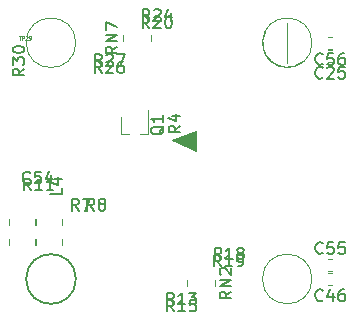
<source format=gbr>
G04 #@! TF.GenerationSoftware,KiCad,Pcbnew,(5.1.4)-1*
G04 #@! TF.CreationDate,2021-04-25T17:32:37+02:00*
G04 #@! TF.ProjectId,ultimateFC,756c7469-6d61-4746-9546-432e6b696361,rev?*
G04 #@! TF.SameCoordinates,Original*
G04 #@! TF.FileFunction,Legend,Top*
G04 #@! TF.FilePolarity,Positive*
%FSLAX46Y46*%
G04 Gerber Fmt 4.6, Leading zero omitted, Abs format (unit mm)*
G04 Created by KiCad (PCBNEW (5.1.4)-1) date 2021-04-25 17:32:37*
%MOMM*%
%LPD*%
G04 APERTURE LIST*
%ADD10C,0.120000*%
%ADD11C,0.100000*%
%ADD12C,0.150000*%
%ADD13C,0.050000*%
G04 APERTURE END LIST*
D10*
X194600000Y-82000000D02*
G75*
G03X194600000Y-82000000I-2100000J0D01*
G01*
X194600000Y-62000000D02*
G75*
G03X194600000Y-62000000I-2100000J0D01*
G01*
X174600000Y-62000000D02*
G75*
G03X174600000Y-62000000I-2100000J0D01*
G01*
D11*
G36*
X184750000Y-71150000D02*
G01*
X182750000Y-70250000D01*
X184750000Y-69500000D01*
X184750000Y-71150000D01*
G37*
X184750000Y-71150000D02*
X182750000Y-70250000D01*
X184750000Y-69500000D01*
X184750000Y-71150000D01*
D10*
X192500000Y-60300000D02*
X192500000Y-63700000D01*
D12*
X174602380Y-82000000D02*
G75*
G03X174602380Y-82000000I-2102380J0D01*
G01*
D10*
X193798470Y-63598117D02*
G75*
G02X190700000Y-61000000I-1298470J1598117D01*
G01*
X171240000Y-78650000D02*
X171240000Y-79150000D01*
X168960000Y-78650000D02*
X168960000Y-79150000D01*
X173440000Y-76950000D02*
X173440000Y-77450000D01*
X171160000Y-76950000D02*
X171160000Y-77450000D01*
X171240000Y-76950000D02*
X171240000Y-77450000D01*
X168960000Y-76950000D02*
X168960000Y-77450000D01*
X173440000Y-78650000D02*
X173440000Y-79150000D01*
X171160000Y-78650000D02*
X171160000Y-79150000D01*
X186410000Y-82620000D02*
X186410000Y-82120000D01*
X184050000Y-82620000D02*
X184050000Y-82120000D01*
X180950000Y-61380000D02*
X180950000Y-61880000D01*
X178590000Y-61380000D02*
X178590000Y-61880000D01*
X196312779Y-62640000D02*
X195987221Y-62640000D01*
X196312779Y-63660000D02*
X195987221Y-63660000D01*
X196312779Y-81490000D02*
X195987221Y-81490000D01*
X196312779Y-82510000D02*
X195987221Y-82510000D01*
X195987221Y-80340000D02*
X196312779Y-80340000D01*
X195987221Y-81360000D02*
X196312779Y-81360000D01*
X196312779Y-62510000D02*
X195987221Y-62510000D01*
X196312779Y-61490000D02*
X195987221Y-61490000D01*
X178415000Y-68320000D02*
X178415000Y-69730000D01*
X180735000Y-69730000D02*
X180735000Y-67700000D01*
X180735000Y-69730000D02*
X180075000Y-69730000D01*
X179075000Y-69730000D02*
X178415000Y-69730000D01*
D13*
X169788571Y-61435714D02*
X169960000Y-61435714D01*
X169874285Y-61735714D02*
X169874285Y-61435714D01*
X170060000Y-61735714D02*
X170060000Y-61435714D01*
X170174285Y-61435714D01*
X170202857Y-61450000D01*
X170217142Y-61464285D01*
X170231428Y-61492857D01*
X170231428Y-61535714D01*
X170217142Y-61564285D01*
X170202857Y-61578571D01*
X170174285Y-61592857D01*
X170060000Y-61592857D01*
X170345714Y-61464285D02*
X170360000Y-61450000D01*
X170388571Y-61435714D01*
X170460000Y-61435714D01*
X170488571Y-61450000D01*
X170502857Y-61464285D01*
X170517142Y-61492857D01*
X170517142Y-61521428D01*
X170502857Y-61564285D01*
X170331428Y-61735714D01*
X170517142Y-61735714D01*
X170660000Y-61735714D02*
X170717142Y-61735714D01*
X170745714Y-61721428D01*
X170760000Y-61707142D01*
X170788571Y-61664285D01*
X170802857Y-61607142D01*
X170802857Y-61492857D01*
X170788571Y-61464285D01*
X170774285Y-61450000D01*
X170745714Y-61435714D01*
X170688571Y-61435714D01*
X170660000Y-61450000D01*
X170645714Y-61464285D01*
X170631428Y-61492857D01*
X170631428Y-61564285D01*
X170645714Y-61592857D01*
X170660000Y-61607142D01*
X170688571Y-61621428D01*
X170745714Y-61621428D01*
X170774285Y-61607142D01*
X170788571Y-61592857D01*
X170802857Y-61564285D01*
D12*
X170732142Y-73807142D02*
X170684523Y-73854761D01*
X170541666Y-73902380D01*
X170446428Y-73902380D01*
X170303571Y-73854761D01*
X170208333Y-73759523D01*
X170160714Y-73664285D01*
X170113095Y-73473809D01*
X170113095Y-73330952D01*
X170160714Y-73140476D01*
X170208333Y-73045238D01*
X170303571Y-72950000D01*
X170446428Y-72902380D01*
X170541666Y-72902380D01*
X170684523Y-72950000D01*
X170732142Y-72997619D01*
X171636904Y-72902380D02*
X171160714Y-72902380D01*
X171113095Y-73378571D01*
X171160714Y-73330952D01*
X171255952Y-73283333D01*
X171494047Y-73283333D01*
X171589285Y-73330952D01*
X171636904Y-73378571D01*
X171684523Y-73473809D01*
X171684523Y-73711904D01*
X171636904Y-73807142D01*
X171589285Y-73854761D01*
X171494047Y-73902380D01*
X171255952Y-73902380D01*
X171160714Y-73854761D01*
X171113095Y-73807142D01*
X172541666Y-73235714D02*
X172541666Y-73902380D01*
X172303571Y-72854761D02*
X172065476Y-73569047D01*
X172684523Y-73569047D01*
X173402380Y-74286666D02*
X173402380Y-74762857D01*
X172402380Y-74762857D01*
X172735714Y-73524761D02*
X173402380Y-73524761D01*
X172354761Y-73762857D02*
X173069047Y-74000952D01*
X173069047Y-73381904D01*
X183452380Y-69016666D02*
X182976190Y-69350000D01*
X183452380Y-69588095D02*
X182452380Y-69588095D01*
X182452380Y-69207142D01*
X182500000Y-69111904D01*
X182547619Y-69064285D01*
X182642857Y-69016666D01*
X182785714Y-69016666D01*
X182880952Y-69064285D01*
X182928571Y-69111904D01*
X182976190Y-69207142D01*
X182976190Y-69588095D01*
X182785714Y-68159523D02*
X183452380Y-68159523D01*
X182404761Y-68397619D02*
X183119047Y-68635714D01*
X183119047Y-68016666D01*
X174838333Y-76202380D02*
X174505000Y-75726190D01*
X174266904Y-76202380D02*
X174266904Y-75202380D01*
X174647857Y-75202380D01*
X174743095Y-75250000D01*
X174790714Y-75297619D01*
X174838333Y-75392857D01*
X174838333Y-75535714D01*
X174790714Y-75630952D01*
X174743095Y-75678571D01*
X174647857Y-75726190D01*
X174266904Y-75726190D01*
X175171666Y-75202380D02*
X175838333Y-75202380D01*
X175409761Y-76202380D01*
X176153333Y-76202380D02*
X175820000Y-75726190D01*
X175581904Y-76202380D02*
X175581904Y-75202380D01*
X175962857Y-75202380D01*
X176058095Y-75250000D01*
X176105714Y-75297619D01*
X176153333Y-75392857D01*
X176153333Y-75535714D01*
X176105714Y-75630952D01*
X176058095Y-75678571D01*
X175962857Y-75726190D01*
X175581904Y-75726190D01*
X176724761Y-75630952D02*
X176629523Y-75583333D01*
X176581904Y-75535714D01*
X176534285Y-75440476D01*
X176534285Y-75392857D01*
X176581904Y-75297619D01*
X176629523Y-75250000D01*
X176724761Y-75202380D01*
X176915238Y-75202380D01*
X177010476Y-75250000D01*
X177058095Y-75297619D01*
X177105714Y-75392857D01*
X177105714Y-75440476D01*
X177058095Y-75535714D01*
X177010476Y-75583333D01*
X176915238Y-75630952D01*
X176724761Y-75630952D01*
X176629523Y-75678571D01*
X176581904Y-75726190D01*
X176534285Y-75821428D01*
X176534285Y-76011904D01*
X176581904Y-76107142D01*
X176629523Y-76154761D01*
X176724761Y-76202380D01*
X176915238Y-76202380D01*
X177010476Y-76154761D01*
X177058095Y-76107142D01*
X177105714Y-76011904D01*
X177105714Y-75821428D01*
X177058095Y-75726190D01*
X177010476Y-75678571D01*
X176915238Y-75630952D01*
X170807142Y-74502380D02*
X170473809Y-74026190D01*
X170235714Y-74502380D02*
X170235714Y-73502380D01*
X170616666Y-73502380D01*
X170711904Y-73550000D01*
X170759523Y-73597619D01*
X170807142Y-73692857D01*
X170807142Y-73835714D01*
X170759523Y-73930952D01*
X170711904Y-73978571D01*
X170616666Y-74026190D01*
X170235714Y-74026190D01*
X171759523Y-74502380D02*
X171188095Y-74502380D01*
X171473809Y-74502380D02*
X171473809Y-73502380D01*
X171378571Y-73645238D01*
X171283333Y-73740476D01*
X171188095Y-73788095D01*
X172711904Y-74502380D02*
X172140476Y-74502380D01*
X172426190Y-74502380D02*
X172426190Y-73502380D01*
X172330952Y-73645238D01*
X172235714Y-73740476D01*
X172140476Y-73788095D01*
X182907142Y-84152380D02*
X182573809Y-83676190D01*
X182335714Y-84152380D02*
X182335714Y-83152380D01*
X182716666Y-83152380D01*
X182811904Y-83200000D01*
X182859523Y-83247619D01*
X182907142Y-83342857D01*
X182907142Y-83485714D01*
X182859523Y-83580952D01*
X182811904Y-83628571D01*
X182716666Y-83676190D01*
X182335714Y-83676190D01*
X183859523Y-84152380D02*
X183288095Y-84152380D01*
X183573809Y-84152380D02*
X183573809Y-83152380D01*
X183478571Y-83295238D01*
X183383333Y-83390476D01*
X183288095Y-83438095D01*
X184192857Y-83152380D02*
X184811904Y-83152380D01*
X184478571Y-83533333D01*
X184621428Y-83533333D01*
X184716666Y-83580952D01*
X184764285Y-83628571D01*
X184811904Y-83723809D01*
X184811904Y-83961904D01*
X184764285Y-84057142D01*
X184716666Y-84104761D01*
X184621428Y-84152380D01*
X184335714Y-84152380D01*
X184240476Y-84104761D01*
X184192857Y-84057142D01*
X182907142Y-84752380D02*
X182573809Y-84276190D01*
X182335714Y-84752380D02*
X182335714Y-83752380D01*
X182716666Y-83752380D01*
X182811904Y-83800000D01*
X182859523Y-83847619D01*
X182907142Y-83942857D01*
X182907142Y-84085714D01*
X182859523Y-84180952D01*
X182811904Y-84228571D01*
X182716666Y-84276190D01*
X182335714Y-84276190D01*
X183859523Y-84752380D02*
X183288095Y-84752380D01*
X183573809Y-84752380D02*
X183573809Y-83752380D01*
X183478571Y-83895238D01*
X183383333Y-83990476D01*
X183288095Y-84038095D01*
X184764285Y-83752380D02*
X184288095Y-83752380D01*
X184240476Y-84228571D01*
X184288095Y-84180952D01*
X184383333Y-84133333D01*
X184621428Y-84133333D01*
X184716666Y-84180952D01*
X184764285Y-84228571D01*
X184811904Y-84323809D01*
X184811904Y-84561904D01*
X184764285Y-84657142D01*
X184716666Y-84704761D01*
X184621428Y-84752380D01*
X184383333Y-84752380D01*
X184288095Y-84704761D01*
X184240476Y-84657142D01*
X186927142Y-80342380D02*
X186593809Y-79866190D01*
X186355714Y-80342380D02*
X186355714Y-79342380D01*
X186736666Y-79342380D01*
X186831904Y-79390000D01*
X186879523Y-79437619D01*
X186927142Y-79532857D01*
X186927142Y-79675714D01*
X186879523Y-79770952D01*
X186831904Y-79818571D01*
X186736666Y-79866190D01*
X186355714Y-79866190D01*
X187879523Y-80342380D02*
X187308095Y-80342380D01*
X187593809Y-80342380D02*
X187593809Y-79342380D01*
X187498571Y-79485238D01*
X187403333Y-79580476D01*
X187308095Y-79628095D01*
X188450952Y-79770952D02*
X188355714Y-79723333D01*
X188308095Y-79675714D01*
X188260476Y-79580476D01*
X188260476Y-79532857D01*
X188308095Y-79437619D01*
X188355714Y-79390000D01*
X188450952Y-79342380D01*
X188641428Y-79342380D01*
X188736666Y-79390000D01*
X188784285Y-79437619D01*
X188831904Y-79532857D01*
X188831904Y-79580476D01*
X188784285Y-79675714D01*
X188736666Y-79723333D01*
X188641428Y-79770952D01*
X188450952Y-79770952D01*
X188355714Y-79818571D01*
X188308095Y-79866190D01*
X188260476Y-79961428D01*
X188260476Y-80151904D01*
X188308095Y-80247142D01*
X188355714Y-80294761D01*
X188450952Y-80342380D01*
X188641428Y-80342380D01*
X188736666Y-80294761D01*
X188784285Y-80247142D01*
X188831904Y-80151904D01*
X188831904Y-79961428D01*
X188784285Y-79866190D01*
X188736666Y-79818571D01*
X188641428Y-79770952D01*
X186877142Y-80942380D02*
X186543809Y-80466190D01*
X186305714Y-80942380D02*
X186305714Y-79942380D01*
X186686666Y-79942380D01*
X186781904Y-79990000D01*
X186829523Y-80037619D01*
X186877142Y-80132857D01*
X186877142Y-80275714D01*
X186829523Y-80370952D01*
X186781904Y-80418571D01*
X186686666Y-80466190D01*
X186305714Y-80466190D01*
X187829523Y-80942380D02*
X187258095Y-80942380D01*
X187543809Y-80942380D02*
X187543809Y-79942380D01*
X187448571Y-80085238D01*
X187353333Y-80180476D01*
X187258095Y-80228095D01*
X188305714Y-80942380D02*
X188496190Y-80942380D01*
X188591428Y-80894761D01*
X188639047Y-80847142D01*
X188734285Y-80704285D01*
X188781904Y-80513809D01*
X188781904Y-80132857D01*
X188734285Y-80037619D01*
X188686666Y-79990000D01*
X188591428Y-79942380D01*
X188400952Y-79942380D01*
X188305714Y-79990000D01*
X188258095Y-80037619D01*
X188210476Y-80132857D01*
X188210476Y-80370952D01*
X188258095Y-80466190D01*
X188305714Y-80513809D01*
X188400952Y-80561428D01*
X188591428Y-80561428D01*
X188686666Y-80513809D01*
X188734285Y-80466190D01*
X188781904Y-80370952D01*
X180827142Y-60762380D02*
X180493809Y-60286190D01*
X180255714Y-60762380D02*
X180255714Y-59762380D01*
X180636666Y-59762380D01*
X180731904Y-59810000D01*
X180779523Y-59857619D01*
X180827142Y-59952857D01*
X180827142Y-60095714D01*
X180779523Y-60190952D01*
X180731904Y-60238571D01*
X180636666Y-60286190D01*
X180255714Y-60286190D01*
X181208095Y-59857619D02*
X181255714Y-59810000D01*
X181350952Y-59762380D01*
X181589047Y-59762380D01*
X181684285Y-59810000D01*
X181731904Y-59857619D01*
X181779523Y-59952857D01*
X181779523Y-60048095D01*
X181731904Y-60190952D01*
X181160476Y-60762380D01*
X181779523Y-60762380D01*
X182398571Y-59762380D02*
X182493809Y-59762380D01*
X182589047Y-59810000D01*
X182636666Y-59857619D01*
X182684285Y-59952857D01*
X182731904Y-60143333D01*
X182731904Y-60381428D01*
X182684285Y-60571904D01*
X182636666Y-60667142D01*
X182589047Y-60714761D01*
X182493809Y-60762380D01*
X182398571Y-60762380D01*
X182303333Y-60714761D01*
X182255714Y-60667142D01*
X182208095Y-60571904D01*
X182160476Y-60381428D01*
X182160476Y-60143333D01*
X182208095Y-59952857D01*
X182255714Y-59857619D01*
X182303333Y-59810000D01*
X182398571Y-59762380D01*
X180827142Y-60162380D02*
X180493809Y-59686190D01*
X180255714Y-60162380D02*
X180255714Y-59162380D01*
X180636666Y-59162380D01*
X180731904Y-59210000D01*
X180779523Y-59257619D01*
X180827142Y-59352857D01*
X180827142Y-59495714D01*
X180779523Y-59590952D01*
X180731904Y-59638571D01*
X180636666Y-59686190D01*
X180255714Y-59686190D01*
X181208095Y-59257619D02*
X181255714Y-59210000D01*
X181350952Y-59162380D01*
X181589047Y-59162380D01*
X181684285Y-59210000D01*
X181731904Y-59257619D01*
X181779523Y-59352857D01*
X181779523Y-59448095D01*
X181731904Y-59590952D01*
X181160476Y-60162380D01*
X181779523Y-60162380D01*
X182636666Y-59495714D02*
X182636666Y-60162380D01*
X182398571Y-59114761D02*
X182160476Y-59829047D01*
X182779523Y-59829047D01*
X176787142Y-64562380D02*
X176453809Y-64086190D01*
X176215714Y-64562380D02*
X176215714Y-63562380D01*
X176596666Y-63562380D01*
X176691904Y-63610000D01*
X176739523Y-63657619D01*
X176787142Y-63752857D01*
X176787142Y-63895714D01*
X176739523Y-63990952D01*
X176691904Y-64038571D01*
X176596666Y-64086190D01*
X176215714Y-64086190D01*
X177168095Y-63657619D02*
X177215714Y-63610000D01*
X177310952Y-63562380D01*
X177549047Y-63562380D01*
X177644285Y-63610000D01*
X177691904Y-63657619D01*
X177739523Y-63752857D01*
X177739523Y-63848095D01*
X177691904Y-63990952D01*
X177120476Y-64562380D01*
X177739523Y-64562380D01*
X178596666Y-63562380D02*
X178406190Y-63562380D01*
X178310952Y-63610000D01*
X178263333Y-63657619D01*
X178168095Y-63800476D01*
X178120476Y-63990952D01*
X178120476Y-64371904D01*
X178168095Y-64467142D01*
X178215714Y-64514761D01*
X178310952Y-64562380D01*
X178501428Y-64562380D01*
X178596666Y-64514761D01*
X178644285Y-64467142D01*
X178691904Y-64371904D01*
X178691904Y-64133809D01*
X178644285Y-64038571D01*
X178596666Y-63990952D01*
X178501428Y-63943333D01*
X178310952Y-63943333D01*
X178215714Y-63990952D01*
X178168095Y-64038571D01*
X178120476Y-64133809D01*
X176787142Y-63962380D02*
X176453809Y-63486190D01*
X176215714Y-63962380D02*
X176215714Y-62962380D01*
X176596666Y-62962380D01*
X176691904Y-63010000D01*
X176739523Y-63057619D01*
X176787142Y-63152857D01*
X176787142Y-63295714D01*
X176739523Y-63390952D01*
X176691904Y-63438571D01*
X176596666Y-63486190D01*
X176215714Y-63486190D01*
X177168095Y-63057619D02*
X177215714Y-63010000D01*
X177310952Y-62962380D01*
X177549047Y-62962380D01*
X177644285Y-63010000D01*
X177691904Y-63057619D01*
X177739523Y-63152857D01*
X177739523Y-63248095D01*
X177691904Y-63390952D01*
X177120476Y-63962380D01*
X177739523Y-63962380D01*
X178072857Y-62962380D02*
X178739523Y-62962380D01*
X178310952Y-63962380D01*
X170252380Y-64192857D02*
X169776190Y-64526190D01*
X170252380Y-64764285D02*
X169252380Y-64764285D01*
X169252380Y-64383333D01*
X169300000Y-64288095D01*
X169347619Y-64240476D01*
X169442857Y-64192857D01*
X169585714Y-64192857D01*
X169680952Y-64240476D01*
X169728571Y-64288095D01*
X169776190Y-64383333D01*
X169776190Y-64764285D01*
X169252380Y-63859523D02*
X169252380Y-63240476D01*
X169633333Y-63573809D01*
X169633333Y-63430952D01*
X169680952Y-63335714D01*
X169728571Y-63288095D01*
X169823809Y-63240476D01*
X170061904Y-63240476D01*
X170157142Y-63288095D01*
X170204761Y-63335714D01*
X170252380Y-63430952D01*
X170252380Y-63716666D01*
X170204761Y-63811904D01*
X170157142Y-63859523D01*
X169252380Y-62621428D02*
X169252380Y-62526190D01*
X169300000Y-62430952D01*
X169347619Y-62383333D01*
X169442857Y-62335714D01*
X169633333Y-62288095D01*
X169871428Y-62288095D01*
X170061904Y-62335714D01*
X170157142Y-62383333D01*
X170204761Y-62430952D01*
X170252380Y-62526190D01*
X170252380Y-62621428D01*
X170204761Y-62716666D01*
X170157142Y-62764285D01*
X170061904Y-62811904D01*
X169871428Y-62859523D01*
X169633333Y-62859523D01*
X169442857Y-62811904D01*
X169347619Y-62764285D01*
X169300000Y-62716666D01*
X169252380Y-62621428D01*
X187782380Y-83060476D02*
X187306190Y-83393809D01*
X187782380Y-83631904D02*
X186782380Y-83631904D01*
X186782380Y-83250952D01*
X186830000Y-83155714D01*
X186877619Y-83108095D01*
X186972857Y-83060476D01*
X187115714Y-83060476D01*
X187210952Y-83108095D01*
X187258571Y-83155714D01*
X187306190Y-83250952D01*
X187306190Y-83631904D01*
X187782380Y-82631904D02*
X186782380Y-82631904D01*
X187782380Y-82060476D01*
X186782380Y-82060476D01*
X186877619Y-81631904D02*
X186830000Y-81584285D01*
X186782380Y-81489047D01*
X186782380Y-81250952D01*
X186830000Y-81155714D01*
X186877619Y-81108095D01*
X186972857Y-81060476D01*
X187068095Y-81060476D01*
X187210952Y-81108095D01*
X187782380Y-81679523D01*
X187782380Y-81060476D01*
X178122380Y-62320476D02*
X177646190Y-62653809D01*
X178122380Y-62891904D02*
X177122380Y-62891904D01*
X177122380Y-62510952D01*
X177170000Y-62415714D01*
X177217619Y-62368095D01*
X177312857Y-62320476D01*
X177455714Y-62320476D01*
X177550952Y-62368095D01*
X177598571Y-62415714D01*
X177646190Y-62510952D01*
X177646190Y-62891904D01*
X178122380Y-61891904D02*
X177122380Y-61891904D01*
X178122380Y-61320476D01*
X177122380Y-61320476D01*
X177122380Y-60939523D02*
X177122380Y-60272857D01*
X178122380Y-60701428D01*
X195507142Y-64937142D02*
X195459523Y-64984761D01*
X195316666Y-65032380D01*
X195221428Y-65032380D01*
X195078571Y-64984761D01*
X194983333Y-64889523D01*
X194935714Y-64794285D01*
X194888095Y-64603809D01*
X194888095Y-64460952D01*
X194935714Y-64270476D01*
X194983333Y-64175238D01*
X195078571Y-64080000D01*
X195221428Y-64032380D01*
X195316666Y-64032380D01*
X195459523Y-64080000D01*
X195507142Y-64127619D01*
X195888095Y-64127619D02*
X195935714Y-64080000D01*
X196030952Y-64032380D01*
X196269047Y-64032380D01*
X196364285Y-64080000D01*
X196411904Y-64127619D01*
X196459523Y-64222857D01*
X196459523Y-64318095D01*
X196411904Y-64460952D01*
X195840476Y-65032380D01*
X196459523Y-65032380D01*
X197364285Y-64032380D02*
X196888095Y-64032380D01*
X196840476Y-64508571D01*
X196888095Y-64460952D01*
X196983333Y-64413333D01*
X197221428Y-64413333D01*
X197316666Y-64460952D01*
X197364285Y-64508571D01*
X197411904Y-64603809D01*
X197411904Y-64841904D01*
X197364285Y-64937142D01*
X197316666Y-64984761D01*
X197221428Y-65032380D01*
X196983333Y-65032380D01*
X196888095Y-64984761D01*
X196840476Y-64937142D01*
X195507142Y-83787142D02*
X195459523Y-83834761D01*
X195316666Y-83882380D01*
X195221428Y-83882380D01*
X195078571Y-83834761D01*
X194983333Y-83739523D01*
X194935714Y-83644285D01*
X194888095Y-83453809D01*
X194888095Y-83310952D01*
X194935714Y-83120476D01*
X194983333Y-83025238D01*
X195078571Y-82930000D01*
X195221428Y-82882380D01*
X195316666Y-82882380D01*
X195459523Y-82930000D01*
X195507142Y-82977619D01*
X196364285Y-83215714D02*
X196364285Y-83882380D01*
X196126190Y-82834761D02*
X195888095Y-83549047D01*
X196507142Y-83549047D01*
X197316666Y-82882380D02*
X197126190Y-82882380D01*
X197030952Y-82930000D01*
X196983333Y-82977619D01*
X196888095Y-83120476D01*
X196840476Y-83310952D01*
X196840476Y-83691904D01*
X196888095Y-83787142D01*
X196935714Y-83834761D01*
X197030952Y-83882380D01*
X197221428Y-83882380D01*
X197316666Y-83834761D01*
X197364285Y-83787142D01*
X197411904Y-83691904D01*
X197411904Y-83453809D01*
X197364285Y-83358571D01*
X197316666Y-83310952D01*
X197221428Y-83263333D01*
X197030952Y-83263333D01*
X196935714Y-83310952D01*
X196888095Y-83358571D01*
X196840476Y-83453809D01*
X195507142Y-79777142D02*
X195459523Y-79824761D01*
X195316666Y-79872380D01*
X195221428Y-79872380D01*
X195078571Y-79824761D01*
X194983333Y-79729523D01*
X194935714Y-79634285D01*
X194888095Y-79443809D01*
X194888095Y-79300952D01*
X194935714Y-79110476D01*
X194983333Y-79015238D01*
X195078571Y-78920000D01*
X195221428Y-78872380D01*
X195316666Y-78872380D01*
X195459523Y-78920000D01*
X195507142Y-78967619D01*
X196411904Y-78872380D02*
X195935714Y-78872380D01*
X195888095Y-79348571D01*
X195935714Y-79300952D01*
X196030952Y-79253333D01*
X196269047Y-79253333D01*
X196364285Y-79300952D01*
X196411904Y-79348571D01*
X196459523Y-79443809D01*
X196459523Y-79681904D01*
X196411904Y-79777142D01*
X196364285Y-79824761D01*
X196269047Y-79872380D01*
X196030952Y-79872380D01*
X195935714Y-79824761D01*
X195888095Y-79777142D01*
X197364285Y-78872380D02*
X196888095Y-78872380D01*
X196840476Y-79348571D01*
X196888095Y-79300952D01*
X196983333Y-79253333D01*
X197221428Y-79253333D01*
X197316666Y-79300952D01*
X197364285Y-79348571D01*
X197411904Y-79443809D01*
X197411904Y-79681904D01*
X197364285Y-79777142D01*
X197316666Y-79824761D01*
X197221428Y-79872380D01*
X196983333Y-79872380D01*
X196888095Y-79824761D01*
X196840476Y-79777142D01*
X195507142Y-63787142D02*
X195459523Y-63834761D01*
X195316666Y-63882380D01*
X195221428Y-63882380D01*
X195078571Y-63834761D01*
X194983333Y-63739523D01*
X194935714Y-63644285D01*
X194888095Y-63453809D01*
X194888095Y-63310952D01*
X194935714Y-63120476D01*
X194983333Y-63025238D01*
X195078571Y-62930000D01*
X195221428Y-62882380D01*
X195316666Y-62882380D01*
X195459523Y-62930000D01*
X195507142Y-62977619D01*
X196411904Y-62882380D02*
X195935714Y-62882380D01*
X195888095Y-63358571D01*
X195935714Y-63310952D01*
X196030952Y-63263333D01*
X196269047Y-63263333D01*
X196364285Y-63310952D01*
X196411904Y-63358571D01*
X196459523Y-63453809D01*
X196459523Y-63691904D01*
X196411904Y-63787142D01*
X196364285Y-63834761D01*
X196269047Y-63882380D01*
X196030952Y-63882380D01*
X195935714Y-63834761D01*
X195888095Y-63787142D01*
X197316666Y-62882380D02*
X197126190Y-62882380D01*
X197030952Y-62930000D01*
X196983333Y-62977619D01*
X196888095Y-63120476D01*
X196840476Y-63310952D01*
X196840476Y-63691904D01*
X196888095Y-63787142D01*
X196935714Y-63834761D01*
X197030952Y-63882380D01*
X197221428Y-63882380D01*
X197316666Y-63834761D01*
X197364285Y-63787142D01*
X197411904Y-63691904D01*
X197411904Y-63453809D01*
X197364285Y-63358571D01*
X197316666Y-63310952D01*
X197221428Y-63263333D01*
X197030952Y-63263333D01*
X196935714Y-63310952D01*
X196888095Y-63358571D01*
X196840476Y-63453809D01*
X182072619Y-69045238D02*
X182025000Y-69140476D01*
X181929761Y-69235714D01*
X181786904Y-69378571D01*
X181739285Y-69473809D01*
X181739285Y-69569047D01*
X181977380Y-69521428D02*
X181929761Y-69616666D01*
X181834523Y-69711904D01*
X181644047Y-69759523D01*
X181310714Y-69759523D01*
X181120238Y-69711904D01*
X181025000Y-69616666D01*
X180977380Y-69521428D01*
X180977380Y-69330952D01*
X181025000Y-69235714D01*
X181120238Y-69140476D01*
X181310714Y-69092857D01*
X181644047Y-69092857D01*
X181834523Y-69140476D01*
X181929761Y-69235714D01*
X181977380Y-69330952D01*
X181977380Y-69521428D01*
X181977380Y-68140476D02*
X181977380Y-68711904D01*
X181977380Y-68426190D02*
X180977380Y-68426190D01*
X181120238Y-68521428D01*
X181215476Y-68616666D01*
X181263095Y-68711904D01*
M02*

</source>
